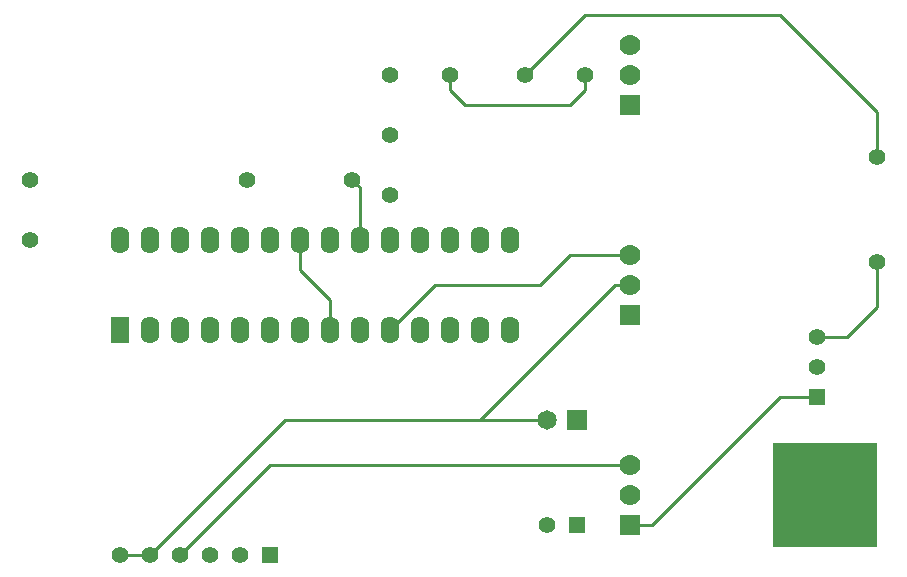
<source format=gtl>
G04 (created by PCBNEW (2013-07-07 BZR 4022)-stable) date 5/29/2014 5:34:06 PM*
%MOIN*%
G04 Gerber Fmt 3.4, Leading zero omitted, Abs format*
%FSLAX34Y34*%
G01*
G70*
G90*
G04 APERTURE LIST*
%ADD10C,0.00590551*%
%ADD11R,0.07X0.07*%
%ADD12C,0.07*%
%ADD13R,0.35X0.35*%
%ADD14R,0.055X0.055*%
%ADD15C,0.055*%
%ADD16O,0.062X0.09*%
%ADD17R,0.062X0.09*%
%ADD18R,0.065X0.065*%
%ADD19C,0.065*%
%ADD20C,0.01*%
G04 APERTURE END LIST*
G54D10*
G54D11*
X27000Y-10000D03*
G54D12*
X27000Y-8000D03*
X27000Y-9000D03*
G54D11*
X27000Y-17000D03*
G54D12*
X27000Y-15000D03*
X27000Y-16000D03*
G54D11*
X27000Y-24000D03*
G54D12*
X27000Y-22000D03*
X27000Y-23000D03*
G54D13*
X33500Y-23000D03*
G54D14*
X15000Y-25000D03*
G54D15*
X14000Y-25000D03*
X13000Y-25000D03*
X12000Y-25000D03*
X11000Y-25000D03*
X10000Y-25000D03*
G54D14*
X33250Y-19750D03*
G54D15*
X33250Y-18750D03*
X33250Y-17750D03*
X17750Y-12500D03*
X14250Y-12500D03*
G54D16*
X11000Y-17500D03*
X12000Y-17500D03*
X13000Y-17500D03*
X14000Y-17500D03*
X15000Y-17500D03*
X16000Y-17500D03*
X17000Y-17500D03*
X18000Y-17500D03*
X19000Y-17500D03*
X20000Y-17500D03*
X21000Y-17500D03*
X22000Y-17500D03*
X23000Y-17500D03*
G54D17*
X10000Y-17500D03*
G54D16*
X23000Y-14500D03*
X22000Y-14500D03*
X21000Y-14500D03*
X20000Y-14500D03*
X19000Y-14500D03*
X18000Y-14500D03*
X17000Y-14500D03*
X16000Y-14500D03*
X15000Y-14500D03*
X14000Y-14500D03*
X13000Y-14500D03*
X12000Y-14500D03*
X11000Y-14500D03*
X10000Y-14500D03*
G54D15*
X23500Y-9000D03*
X25500Y-9000D03*
X19000Y-11000D03*
X19000Y-13000D03*
X7000Y-12500D03*
X7000Y-14500D03*
X19000Y-9000D03*
X21000Y-9000D03*
G54D18*
X25250Y-20500D03*
G54D19*
X24250Y-20500D03*
G54D14*
X25250Y-24000D03*
G54D15*
X24250Y-24000D03*
X35250Y-11750D03*
X35250Y-15250D03*
G54D20*
X35250Y-15250D02*
X35250Y-16750D01*
X34250Y-17750D02*
X35250Y-16750D01*
X34250Y-17750D02*
X33250Y-17750D01*
X35250Y-11750D02*
X35250Y-10250D01*
X25500Y-7000D02*
X23500Y-9000D01*
X25500Y-7000D02*
X32000Y-7000D01*
X32000Y-7000D02*
X35250Y-10250D01*
X16000Y-14500D02*
X16000Y-15500D01*
X17000Y-16500D02*
X17000Y-17500D01*
X16000Y-15500D02*
X17000Y-16500D01*
X27000Y-15000D02*
X25000Y-15000D01*
X20500Y-16000D02*
X19000Y-17500D01*
X24000Y-16000D02*
X20500Y-16000D01*
X25000Y-15000D02*
X24000Y-16000D01*
X18000Y-14500D02*
X18000Y-12750D01*
X18000Y-12750D02*
X17750Y-12500D01*
X27000Y-22000D02*
X15000Y-22000D01*
X15000Y-22000D02*
X12000Y-25000D01*
X27000Y-24000D02*
X27750Y-24000D01*
X32000Y-19750D02*
X33250Y-19750D01*
X27750Y-24000D02*
X32000Y-19750D01*
X24250Y-20500D02*
X22000Y-20500D01*
X21000Y-9000D02*
X21000Y-9500D01*
X25500Y-9500D02*
X25500Y-9000D01*
X25000Y-10000D02*
X25500Y-9500D01*
X21500Y-10000D02*
X25000Y-10000D01*
X21000Y-9500D02*
X21500Y-10000D01*
X21000Y-20500D02*
X22000Y-20500D01*
X15500Y-20500D02*
X11000Y-25000D01*
X21000Y-20500D02*
X15500Y-20500D01*
X26500Y-16000D02*
X27000Y-16000D01*
X22000Y-20500D02*
X26500Y-16000D01*
X11000Y-25000D02*
X10000Y-25000D01*
M02*

</source>
